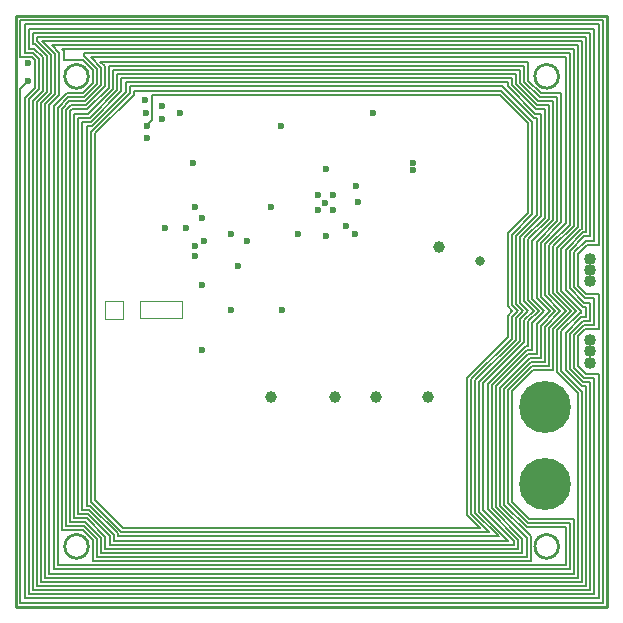
<source format=gbr>
%TF.GenerationSoftware,KiCad,Pcbnew,(5.0.1-3-g963ef8bb5)*%
%TF.CreationDate,2020-03-04T19:54:40-08:00*%
%TF.ProjectId,SolarCell+Y,536F6C617243656C6C2B592E6B696361,rev?*%
%TF.SameCoordinates,Original*%
%TF.FileFunction,Copper,L3,Inr,Signal*%
%TF.FilePolarity,Positive*%
%FSLAX46Y46*%
G04 Gerber Fmt 4.6, Leading zero omitted, Abs format (unit mm)*
G04 Created by KiCad (PCBNEW (5.0.1-3-g963ef8bb5)) date Wednesday, March 04, 2020 at 07:54:40 PM*
%MOMM*%
%LPD*%
G01*
G04 APERTURE LIST*
%ADD10C,0.050000*%
%ADD11C,0.250000*%
%ADD12C,1.000000*%
%ADD13C,1.016000*%
%ADD14C,4.400000*%
%ADD15C,0.600000*%
%ADD16C,0.800000*%
%ADD17C,0.190000*%
G04 APERTURE END LIST*
D10*
X160500000Y-65600000D02*
X160500000Y-64100000D01*
X164000000Y-65600000D02*
X160500000Y-65600000D01*
X164000000Y-64100000D02*
X164000000Y-65600000D01*
X160500000Y-64100000D02*
X164000000Y-64100000D01*
X159000000Y-64100000D02*
X157500000Y-64100000D01*
X159000000Y-65650000D02*
X159000000Y-64100000D01*
X157500000Y-65650000D02*
X159000000Y-65650000D01*
X157500000Y-64100000D02*
X157500000Y-65650000D01*
D11*
X200000000Y-40000000D02*
X150000000Y-40000000D01*
X150000000Y-90000000D02*
X200000000Y-90000000D01*
X150000000Y-40000000D02*
X150000000Y-90000000D01*
X195900000Y-45100000D02*
G75*
G03X195900000Y-45100000I-1000000J0D01*
G01*
X156100000Y-84900000D02*
G75*
G03X156100000Y-84900000I-1000000J0D01*
G01*
X156100000Y-45100000D02*
G75*
G03X156100000Y-45100000I-1000000J0D01*
G01*
X195900000Y-84900000D02*
G75*
G03X195900000Y-84900000I-1000000J0D01*
G01*
X200000000Y-90000000D02*
X200000000Y-40000000D01*
D12*
X185750200Y-59512200D03*
X184835800Y-72263000D03*
X176987200Y-72263000D03*
X171602400Y-72263000D03*
X180424666Y-72263000D03*
D13*
X198566000Y-69330000D03*
X198566000Y-60530000D03*
X198566000Y-68380000D03*
X198566000Y-67430000D03*
X198566000Y-61480000D03*
X198566000Y-62430000D03*
D14*
X194800000Y-73100000D03*
X194800000Y-79600000D03*
D15*
X183593740Y-52415440D03*
X183593740Y-53050440D03*
X160978844Y-48166883D03*
X165112690Y-56134000D03*
X178796228Y-54378747D03*
X176174400Y-55806340D03*
X175574980Y-55144184D03*
X176844980Y-55144184D03*
X175567340Y-56413400D03*
X176844980Y-56388784D03*
X164338000Y-57912000D03*
X162575240Y-57912000D03*
X172417740Y-49303940D03*
X168148000Y-64897000D03*
X172466000Y-64897000D03*
X178689000Y-58420000D03*
X165684200Y-62738000D03*
X165684200Y-68300600D03*
X168148000Y-58420000D03*
X164973000Y-52451000D03*
X168783000Y-61147520D03*
D16*
X189300000Y-60700000D03*
D15*
X163830000Y-48196500D03*
X165700000Y-57100000D03*
X165862000Y-59055000D03*
X165100000Y-59436026D03*
X165100000Y-60325000D03*
X151000000Y-45500000D03*
X161036000Y-50292000D03*
X151003000Y-44005500D03*
X162359712Y-47637690D03*
X161036000Y-49276000D03*
X160909000Y-47117000D03*
X162369500Y-48750000D03*
X169560240Y-59019440D03*
X176184580Y-52959784D03*
X177942240Y-57749440D03*
X171528750Y-56161940D03*
X173878240Y-58471590D03*
X176218027Y-58650475D03*
X180164740Y-48224440D03*
X178954084Y-55753784D03*
D17*
X194400000Y-48250000D02*
X193900000Y-48250000D01*
X153500000Y-86500000D02*
X196500000Y-86500000D01*
X198200000Y-59000000D02*
X198950000Y-59000000D01*
X156200000Y-48600000D02*
X155250000Y-48600000D01*
X156800000Y-44450000D02*
X156800000Y-45750000D01*
X195100000Y-57150000D02*
X195100000Y-47550000D01*
X196850000Y-86850000D02*
X196850000Y-82900000D01*
X195800000Y-46850000D02*
X194300000Y-46850000D01*
X161500000Y-46650000D02*
X161500845Y-46650845D01*
X156452077Y-45654081D02*
X155606158Y-46500000D01*
X197200000Y-82550000D02*
X193400000Y-82550000D01*
X151000000Y-45500000D02*
X150347010Y-46152990D01*
X197900000Y-87900000D02*
X197900000Y-71700000D01*
X154550000Y-48050000D02*
X154550000Y-82850000D01*
X194050000Y-48600000D02*
X193800000Y-48600000D01*
X191300000Y-71550000D02*
X193550000Y-69300000D01*
X194750000Y-57050000D02*
X194750000Y-47900000D01*
X155950000Y-81450000D02*
X156250000Y-81450000D01*
X151050000Y-88950000D02*
X198950000Y-88950000D01*
X197550000Y-71900000D02*
X195800000Y-70150000D01*
X193350000Y-64950000D02*
X192650000Y-64250000D01*
X153650000Y-46700000D02*
X152800000Y-47550000D01*
X189900000Y-81750000D02*
X189900000Y-71150000D01*
X159950000Y-46300000D02*
X159950000Y-46650000D01*
X154600000Y-47550000D02*
X154200000Y-47950000D01*
X189550000Y-71050000D02*
X193000000Y-67600000D01*
X155600000Y-81800000D02*
X156150000Y-81800000D01*
X194750000Y-66300000D02*
X196050000Y-65000000D01*
X193350000Y-67900000D02*
X193350000Y-65850000D01*
X150700000Y-46950000D02*
X150700000Y-89300000D01*
X190250000Y-81650000D02*
X190250000Y-71250000D01*
X193000000Y-58800000D02*
X194750000Y-57050000D01*
X194050000Y-59100000D02*
X195800000Y-57350000D01*
X193250000Y-68250000D02*
X193700000Y-68250000D01*
X150347010Y-40347010D02*
X150347010Y-43450000D01*
X159250000Y-46450000D02*
X156400000Y-49300000D01*
X155950000Y-49300000D02*
X155950000Y-81450000D01*
X157200000Y-84200000D02*
X157200000Y-85450000D01*
X154550000Y-82850000D02*
X155850000Y-82850000D01*
X197850000Y-58000000D02*
X197900000Y-58000000D01*
X197400000Y-65000000D02*
X197400000Y-64950000D01*
X190250000Y-71250000D02*
X193250000Y-68250000D01*
X198250000Y-65450000D02*
X198250000Y-64600000D01*
X196500000Y-63150000D02*
X196500000Y-59800000D01*
X192650000Y-64250000D02*
X192650000Y-58700000D01*
X198950000Y-59000000D02*
X198950000Y-41050000D01*
X159250000Y-45600000D02*
X159250000Y-46450000D01*
X189900000Y-71150000D02*
X193150000Y-67900000D01*
X159600000Y-46550000D02*
X156350000Y-49800000D01*
X192150000Y-84750000D02*
X192150000Y-84450000D01*
X152450000Y-87550000D02*
X197550000Y-87550000D01*
X154300000Y-46500000D02*
X153150000Y-47650000D01*
X191600000Y-45600000D02*
X159250000Y-45600000D01*
X198600000Y-41400000D02*
X151400000Y-41400000D01*
X158900000Y-45250000D02*
X158900000Y-46350000D01*
X197550000Y-60100000D02*
X198300000Y-59350000D01*
X194200000Y-47200000D02*
X192650000Y-45650000D01*
X192300000Y-58600000D02*
X194050000Y-56850000D01*
X191600000Y-45950000D02*
X191600000Y-45600000D01*
X196150000Y-63250000D02*
X196150000Y-59700000D01*
X156700000Y-49900000D02*
X156700000Y-81000000D01*
X151900000Y-43600000D02*
X151900000Y-46200000D01*
X199300000Y-59350000D02*
X199300000Y-40700000D01*
X188500000Y-82150000D02*
X188500000Y-70750000D01*
X192300000Y-67400000D02*
X192300000Y-65550000D01*
X197200000Y-87200000D02*
X197200000Y-82550000D01*
X191650000Y-84400000D02*
X189200000Y-81950000D01*
X157850000Y-46050000D02*
X156000000Y-47900000D01*
X158900000Y-83700000D02*
X190050000Y-83700000D01*
X194750000Y-63650000D02*
X194750000Y-59300000D01*
X194250000Y-64950000D02*
X193350000Y-64050000D01*
X195800000Y-63350000D02*
X195800000Y-59600000D01*
X193350000Y-56650000D02*
X193350000Y-49050000D01*
X155250000Y-48600000D02*
X155250000Y-82150000D01*
X155950000Y-82500000D02*
X157550000Y-84100000D01*
X194400000Y-63750000D02*
X194400000Y-59200000D01*
X191200000Y-45950000D02*
X159600000Y-45950000D01*
X192850000Y-84250000D02*
X190250000Y-81650000D01*
X194400000Y-66200000D02*
X195600000Y-65000000D01*
X191650000Y-71650000D02*
X193650000Y-69650000D01*
X191600000Y-58400000D02*
X193350000Y-56650000D01*
X158250000Y-83900000D02*
X158250000Y-84400000D01*
X192300000Y-45750000D02*
X192300000Y-44900000D01*
X193700000Y-48950000D02*
X191050000Y-46300000D01*
X157200000Y-85450000D02*
X192850000Y-85450000D01*
X194750000Y-47900000D02*
X194000000Y-47900000D01*
X197200000Y-42800000D02*
X153850000Y-42800000D01*
X154900000Y-82500000D02*
X155950000Y-82500000D01*
X193700000Y-65950000D02*
X194700000Y-64950000D01*
X155750000Y-83200000D02*
X156850000Y-84300000D01*
X155250000Y-82150000D02*
X156050000Y-82150000D01*
X195100000Y-47550000D02*
X194100000Y-47550000D01*
X156300000Y-43500000D02*
X157150000Y-44350000D01*
X193550000Y-84700000D02*
X193553493Y-84696507D01*
X159950000Y-46650000D02*
X156700000Y-49900000D01*
X194050000Y-63850000D02*
X194050000Y-59100000D01*
X193000000Y-45550000D02*
X193000000Y-44200000D01*
X196500000Y-57550000D02*
X196500000Y-43500000D01*
X192150000Y-84450000D02*
X189550000Y-81850000D01*
X194700000Y-64950000D02*
X193700000Y-63950000D01*
X191600000Y-65350000D02*
X192000000Y-64950000D01*
X188150000Y-70650000D02*
X191600000Y-67200000D01*
X153300000Y-43200000D02*
X153300000Y-46600000D01*
X193800000Y-64950000D02*
X193000000Y-64150000D01*
X190600000Y-81550000D02*
X190600000Y-71350000D01*
X158900000Y-83650000D02*
X158900000Y-83700000D01*
X156000000Y-47900000D02*
X154700000Y-47900000D01*
X196850000Y-63050000D02*
X196850000Y-59900000D01*
X191950000Y-58500000D02*
X193700000Y-56750000D01*
X194050000Y-66100000D02*
X195150000Y-65000000D01*
X193000000Y-65750000D02*
X193800000Y-64950000D01*
X161335999Y-48976001D02*
X161036000Y-49276000D01*
X194000000Y-47900000D02*
X191950000Y-45850000D01*
X156250000Y-81450000D02*
X158600000Y-83800000D01*
X158550000Y-46250000D02*
X156200000Y-48600000D01*
X157500000Y-45950000D02*
X155900000Y-47550000D01*
X159050000Y-83350000D02*
X189250000Y-83350000D01*
X156100000Y-48250000D02*
X154900000Y-48250000D01*
X151050000Y-47050000D02*
X151050000Y-88950000D01*
X155800000Y-47200000D02*
X154500000Y-47200000D01*
X156850000Y-84300000D02*
X156850000Y-85800000D01*
X157550000Y-84100000D02*
X157550000Y-85100000D01*
X195100000Y-63550000D02*
X195100000Y-59400000D01*
X197550000Y-42450000D02*
X153000000Y-42450000D01*
X191600000Y-64550000D02*
X191600000Y-58400000D01*
X156800000Y-45750000D02*
X155700000Y-46850000D01*
X193000000Y-64150000D02*
X193000000Y-58800000D01*
X199300000Y-40700000D02*
X150700000Y-40700000D01*
X198600000Y-64250000D02*
X198050000Y-64250000D01*
X189200000Y-81950000D02*
X189200000Y-70950000D01*
X195100000Y-69650000D02*
X195100000Y-66400000D01*
X156850000Y-85800000D02*
X193200000Y-85800000D01*
X156700000Y-81000000D02*
X159050000Y-83350000D01*
X158200000Y-46150000D02*
X156100000Y-48250000D01*
X198000000Y-71000000D02*
X196850000Y-69850000D01*
X192450000Y-64950000D02*
X191950000Y-64450000D01*
X195600000Y-65000000D02*
X195600000Y-64950000D01*
X193350000Y-64050000D02*
X193350000Y-58900000D01*
X152600000Y-46400000D02*
X151750000Y-47250000D01*
X193000000Y-44200000D02*
X157850000Y-44200000D01*
X153150000Y-47650000D02*
X153150000Y-86850000D01*
X198600000Y-71000000D02*
X198000000Y-71000000D01*
X195450000Y-47200000D02*
X194200000Y-47200000D01*
X192300000Y-65550000D02*
X192900000Y-64950000D01*
X156300000Y-48950000D02*
X155600000Y-48950000D01*
X195800000Y-59600000D02*
X197550000Y-57850000D01*
X192000000Y-64950000D02*
X191600000Y-64550000D01*
X156350000Y-49800000D02*
X156350000Y-81100000D01*
X192650000Y-45650000D02*
X192650000Y-44550000D01*
X155850000Y-82850000D02*
X157200000Y-84200000D01*
X161500845Y-48811155D02*
X161335999Y-48976001D01*
X198000000Y-58300000D02*
X198250000Y-58300000D01*
X150347010Y-46152990D02*
X150347010Y-89652990D01*
X151750000Y-42100000D02*
X152950000Y-43300000D01*
X189550000Y-81850000D02*
X189550000Y-71050000D01*
X154000000Y-42950000D02*
X154000000Y-43750000D01*
X151400000Y-41400000D02*
X151400000Y-42400000D01*
X161500845Y-46650845D02*
X161500845Y-48811155D01*
X189200000Y-70950000D02*
X192650000Y-67500000D01*
X151750000Y-41750000D02*
X151750000Y-42100000D01*
X188150000Y-82250000D02*
X188150000Y-70650000D01*
X151300000Y-43450000D02*
X151550000Y-43700000D01*
X197900000Y-58000000D02*
X197900000Y-42100000D01*
X152100000Y-87900000D02*
X197900000Y-87900000D01*
X194300000Y-46850000D02*
X193000000Y-45550000D01*
X153000000Y-42450000D02*
X153650000Y-43100000D01*
X151550000Y-43700000D02*
X151550000Y-46100000D01*
X195450000Y-59500000D02*
X197200000Y-57750000D01*
X193350000Y-65850000D02*
X194250000Y-64950000D01*
X156150000Y-81800000D02*
X158250000Y-83900000D01*
X154900000Y-48250000D02*
X154900000Y-82500000D01*
X194400000Y-56950000D02*
X194400000Y-48250000D01*
X151550000Y-46100000D02*
X150700000Y-46950000D01*
X156400000Y-49300000D02*
X155950000Y-49300000D01*
X194400000Y-59200000D02*
X196150000Y-57450000D01*
X193700000Y-63950000D02*
X193700000Y-59000000D01*
X157550000Y-85100000D02*
X192500000Y-85100000D01*
X196150000Y-66700000D02*
X197750000Y-65100000D01*
X152250000Y-46300000D02*
X151400000Y-47150000D01*
X157150000Y-44350000D02*
X157150000Y-45850000D01*
X150700000Y-89300000D02*
X199300000Y-89300000D01*
X188500000Y-70750000D02*
X191950000Y-67300000D01*
X191200000Y-46000000D02*
X191200000Y-45950000D01*
X192650000Y-58700000D02*
X194400000Y-56950000D01*
X198950000Y-41050000D02*
X151050000Y-41050000D01*
X158900000Y-46350000D02*
X156300000Y-48950000D01*
X194400000Y-68950000D02*
X194400000Y-66200000D01*
X154500000Y-47200000D02*
X153850000Y-47850000D01*
X195100000Y-66400000D02*
X196500000Y-65000000D01*
X151750000Y-47250000D02*
X151750000Y-88250000D01*
X196500000Y-65000000D02*
X196500000Y-64950000D01*
X190600000Y-71350000D02*
X193350000Y-68600000D01*
X198200000Y-70300000D02*
X197550000Y-69650000D01*
X198100000Y-70650000D02*
X197200000Y-69750000D01*
X198300000Y-59350000D02*
X199300000Y-59350000D01*
X195150000Y-65000000D02*
X195150000Y-64950000D01*
X153150000Y-86850000D02*
X196850000Y-86850000D01*
X156050000Y-82150000D02*
X157900000Y-84000000D01*
X151400000Y-42400000D02*
X151600000Y-42400000D01*
X195150000Y-64950000D02*
X194050000Y-63850000D01*
X192300000Y-44900000D02*
X158550000Y-44900000D01*
X151050000Y-42750000D02*
X151500000Y-42750000D01*
X193350000Y-43850000D02*
X157100000Y-43850000D01*
X199652990Y-89647010D02*
X199652990Y-40347010D01*
X154700000Y-47900000D02*
X154550000Y-48050000D01*
X152800000Y-47550000D02*
X152800000Y-87200000D01*
X193750000Y-70000000D02*
X195450000Y-70000000D01*
X193553493Y-84696507D02*
X193553493Y-84053493D01*
X198950000Y-66150000D02*
X198950000Y-63900000D01*
X195800000Y-57350000D02*
X195800000Y-46850000D01*
X192300000Y-64350000D02*
X192300000Y-58600000D01*
X195450000Y-70000000D02*
X195450000Y-66500000D01*
X152950000Y-43300000D02*
X152950000Y-46500000D01*
X194100000Y-47550000D02*
X192300000Y-45750000D01*
X195800000Y-70150000D02*
X195800000Y-66600000D01*
X155600000Y-48950000D02*
X155600000Y-81800000D01*
X189250000Y-83350000D02*
X188150000Y-82250000D01*
X197200000Y-67000000D02*
X198050000Y-66150000D01*
X196850000Y-66900000D02*
X197950000Y-65800000D01*
X157100000Y-43850000D02*
X157500000Y-44250000D01*
X196150000Y-59700000D02*
X197850000Y-58000000D01*
X197200000Y-60000000D02*
X198200000Y-59000000D01*
X197550000Y-67100000D02*
X198150000Y-66500000D01*
X197200000Y-57750000D02*
X197200000Y-42800000D01*
X198150000Y-63900000D02*
X197200000Y-62950000D01*
X155656159Y-43750000D02*
X156452077Y-44545918D01*
X151050000Y-41050000D02*
X151050000Y-42750000D01*
X197550000Y-62850000D02*
X197550000Y-60100000D01*
X193000000Y-67600000D02*
X193000000Y-65750000D01*
X156452077Y-44545918D02*
X156452077Y-45654081D01*
X151400000Y-88600000D02*
X198600000Y-88600000D01*
X196050000Y-65000000D02*
X196050000Y-64950000D01*
X192500000Y-85100000D02*
X192500000Y-84350000D01*
X197850000Y-65450000D02*
X198250000Y-65450000D01*
X193700000Y-56750000D02*
X193700000Y-48950000D01*
X152250000Y-43500000D02*
X152250000Y-46300000D01*
X190950000Y-46650000D02*
X161500000Y-46650000D01*
X197950000Y-65800000D02*
X198600000Y-65800000D01*
X197200000Y-69750000D02*
X197200000Y-67000000D01*
X196850000Y-59900000D02*
X198100000Y-58650000D01*
X152600000Y-43400000D02*
X152600000Y-46400000D01*
X199300000Y-89300000D02*
X199300000Y-70300000D01*
X157850000Y-44200000D02*
X157850000Y-46050000D01*
X198600000Y-58650000D02*
X198600000Y-41400000D01*
X193450000Y-68950000D02*
X194400000Y-68950000D01*
X152450000Y-47450000D02*
X152450000Y-87550000D01*
X197550000Y-69650000D02*
X197550000Y-67100000D01*
X153650000Y-43100000D02*
X153650000Y-46700000D01*
X196500000Y-59800000D02*
X198000000Y-58300000D01*
X197850000Y-65100000D02*
X197850000Y-64950000D01*
X199300000Y-70300000D02*
X198200000Y-70300000D01*
X193550000Y-86150000D02*
X193550000Y-84700000D01*
X195450000Y-57250000D02*
X195450000Y-47200000D01*
X198250000Y-63550000D02*
X197550000Y-62850000D01*
X198950000Y-88950000D02*
X198950000Y-70650000D01*
X192650000Y-65650000D02*
X193350000Y-64950000D01*
X196500000Y-69950000D02*
X196500000Y-66800000D01*
X197900000Y-71700000D02*
X197800000Y-71700000D01*
X198950000Y-70650000D02*
X198100000Y-70650000D01*
X191600000Y-67200000D02*
X191600000Y-65350000D01*
X194050000Y-56850000D02*
X194050000Y-48600000D01*
X198250000Y-41750000D02*
X151750000Y-41750000D01*
X188850000Y-70850000D02*
X192300000Y-67400000D01*
X196850000Y-69850000D02*
X196850000Y-66900000D01*
X156350000Y-81100000D02*
X158900000Y-83650000D01*
X151900000Y-46200000D02*
X151050000Y-47050000D01*
X198250000Y-64600000D02*
X197950000Y-64600000D01*
X190950000Y-81450000D02*
X190950000Y-71450000D01*
X198150000Y-66500000D02*
X199300000Y-66500000D01*
X190850000Y-84050000D02*
X188850000Y-82050000D01*
X191950000Y-65450000D02*
X192450000Y-64950000D01*
X152200000Y-42100000D02*
X153300000Y-43200000D01*
X195450000Y-63450000D02*
X195450000Y-59500000D01*
X152950000Y-46500000D02*
X152100000Y-47350000D01*
X150700000Y-40700000D02*
X150700000Y-43100000D01*
X193700000Y-68250000D02*
X193700000Y-65950000D01*
X154200000Y-47950000D02*
X154200000Y-83200000D01*
X194750000Y-69300000D02*
X194750000Y-66300000D01*
X195600000Y-64950000D02*
X194400000Y-63750000D01*
X196500000Y-86500000D02*
X196500000Y-83250000D01*
X191050000Y-46300000D02*
X159950000Y-46300000D01*
X193200000Y-84150000D02*
X190600000Y-81550000D01*
X151750000Y-88250000D02*
X198250000Y-88250000D01*
X197200000Y-62950000D02*
X197200000Y-60000000D01*
X198050000Y-64250000D02*
X196850000Y-63050000D01*
X158200000Y-44550000D02*
X158200000Y-46150000D01*
X151500000Y-42750000D02*
X152250000Y-43500000D01*
X152100000Y-47350000D02*
X152100000Y-87900000D01*
X196850000Y-43150000D02*
X155750000Y-43150000D01*
X198600000Y-88600000D02*
X198600000Y-71000000D01*
X196150000Y-70050000D02*
X196150000Y-66700000D01*
X152800000Y-87200000D02*
X197200000Y-87200000D01*
X198050000Y-66150000D02*
X198950000Y-66150000D01*
X151400000Y-43100000D02*
X151900000Y-43600000D01*
X197400000Y-64950000D02*
X195800000Y-63350000D01*
X199647010Y-89652990D02*
X199652990Y-89647010D01*
X154000000Y-43750000D02*
X155656159Y-43750000D01*
X192650000Y-44550000D02*
X158200000Y-44550000D01*
X197950000Y-64600000D02*
X196500000Y-63150000D01*
X195450000Y-66500000D02*
X196950000Y-65000000D01*
X151400000Y-47150000D02*
X151400000Y-88600000D01*
X192650000Y-67500000D02*
X192650000Y-65650000D01*
X196500000Y-66800000D02*
X197850000Y-65450000D01*
X158600000Y-83800000D02*
X158600000Y-84050000D01*
X199652990Y-40347010D02*
X150347010Y-40347010D01*
X194389341Y-46500000D02*
X193350000Y-45460659D01*
X193550000Y-69300000D02*
X194750000Y-69300000D01*
X197550000Y-57850000D02*
X197550000Y-42450000D01*
X192850000Y-85450000D02*
X192850000Y-84250000D01*
X197750000Y-65100000D02*
X197850000Y-65100000D01*
X153850000Y-42800000D02*
X154000000Y-42950000D01*
X197550000Y-87550000D02*
X197550000Y-71900000D01*
X150347010Y-43450000D02*
X151300000Y-43450000D01*
X198600000Y-65800000D02*
X198600000Y-64250000D01*
X192500000Y-84350000D02*
X189900000Y-81750000D01*
X193350000Y-68600000D02*
X194050000Y-68600000D01*
X151600000Y-42400000D02*
X152600000Y-43400000D01*
X197800000Y-71700000D02*
X196150000Y-70050000D01*
X197900000Y-42100000D02*
X152200000Y-42100000D01*
X195100000Y-59400000D02*
X196850000Y-57650000D01*
X198100000Y-58650000D02*
X198600000Y-58650000D01*
X191300000Y-81350000D02*
X191300000Y-71550000D01*
X191950000Y-45850000D02*
X191950000Y-45250000D01*
X196500000Y-64950000D02*
X195100000Y-63550000D01*
X191650000Y-81250000D02*
X191650000Y-71650000D01*
X198250000Y-58300000D02*
X198250000Y-41750000D01*
X158550000Y-44900000D02*
X158550000Y-46250000D01*
X198250000Y-88250000D02*
X198250000Y-71350000D01*
X154400000Y-46850000D02*
X153500000Y-47750000D01*
X193400000Y-82550000D02*
X192000000Y-81150000D01*
X193700000Y-59000000D02*
X195450000Y-57250000D01*
X193200000Y-83250000D02*
X191300000Y-81350000D01*
X197850000Y-64950000D02*
X196150000Y-63250000D01*
X155900000Y-47550000D02*
X154600000Y-47550000D01*
X190050000Y-83700000D02*
X188500000Y-82150000D01*
X199300000Y-66500000D02*
X199300000Y-63550000D01*
X192000000Y-71750000D02*
X193750000Y-70000000D01*
X191950000Y-67300000D02*
X191950000Y-65450000D01*
X198250000Y-71350000D02*
X197900000Y-71350000D01*
X193553493Y-84053493D02*
X190950000Y-81450000D01*
X155750000Y-43150000D02*
X155750000Y-43400000D01*
X157900000Y-84000000D02*
X157900000Y-84750000D01*
X193150000Y-67900000D02*
X193350000Y-67900000D01*
X156500000Y-84393841D02*
X156500000Y-86150000D01*
X195800000Y-66600000D02*
X197400000Y-65000000D01*
X197900000Y-71350000D02*
X196500000Y-69950000D01*
X155656159Y-83550000D02*
X156500000Y-84393841D01*
X153850000Y-47850000D02*
X153850000Y-83550000D01*
X193200000Y-85800000D02*
X193200000Y-84150000D01*
X155606158Y-46500000D02*
X154300000Y-46500000D01*
X188850000Y-82050000D02*
X188850000Y-70850000D01*
X193900000Y-48250000D02*
X191600000Y-45950000D01*
X159600000Y-45950000D02*
X159600000Y-46550000D01*
X193350000Y-49050000D02*
X190950000Y-46650000D01*
X194050000Y-68600000D02*
X194050000Y-66100000D01*
X196850000Y-82900000D02*
X193300000Y-82900000D01*
X193350000Y-45460659D02*
X193350000Y-43850000D01*
X196150000Y-57450000D02*
X196150000Y-46500000D01*
X196150000Y-46500000D02*
X194389341Y-46500000D01*
X193800000Y-48600000D02*
X191200000Y-46000000D01*
X153300000Y-46600000D02*
X152450000Y-47450000D01*
X196850000Y-57650000D02*
X196850000Y-43150000D01*
X154200000Y-83200000D02*
X155750000Y-83200000D01*
X191950000Y-64450000D02*
X191950000Y-58500000D01*
X198950000Y-63900000D02*
X198150000Y-63900000D01*
X192900000Y-64950000D02*
X192300000Y-64350000D01*
X199300000Y-63550000D02*
X198250000Y-63550000D01*
X192000000Y-81150000D02*
X192000000Y-71750000D01*
X158250000Y-84400000D02*
X191650000Y-84400000D01*
X153850000Y-83550000D02*
X155656159Y-83550000D01*
X193650000Y-69650000D02*
X195100000Y-69650000D01*
X156500000Y-86150000D02*
X193550000Y-86150000D01*
X190950000Y-71450000D02*
X193450000Y-68950000D01*
X196500000Y-83250000D02*
X193200000Y-83250000D01*
X150700000Y-43100000D02*
X151400000Y-43100000D01*
X196950000Y-65000000D02*
X196950000Y-64950000D01*
X191950000Y-45250000D02*
X158900000Y-45250000D01*
X157150000Y-45850000D02*
X155800000Y-47200000D01*
X196050000Y-64950000D02*
X194750000Y-63650000D01*
X196500000Y-43500000D02*
X156300000Y-43500000D01*
X150347010Y-89652990D02*
X199647010Y-89652990D01*
X193300000Y-82900000D02*
X191650000Y-81250000D01*
X153500000Y-47750000D02*
X153500000Y-86500000D01*
X157500000Y-44250000D02*
X157500000Y-45950000D01*
X155750000Y-43400000D02*
X156800000Y-44450000D01*
X196950000Y-64950000D02*
X195450000Y-63450000D01*
X158600000Y-84050000D02*
X190850000Y-84050000D01*
X157900000Y-84750000D02*
X192150000Y-84750000D01*
X193350000Y-58900000D02*
X195100000Y-57150000D01*
X194750000Y-59300000D02*
X196500000Y-57550000D01*
X155700000Y-46850000D02*
X154400000Y-46850000D01*
M02*

</source>
